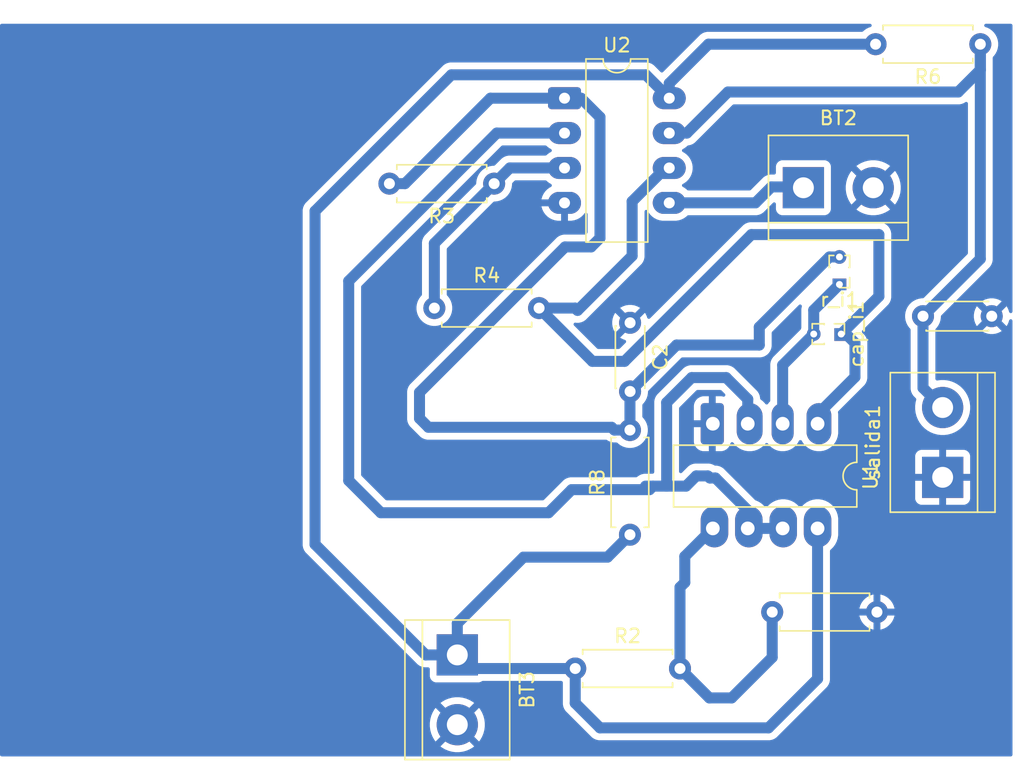
<source format=kicad_pcb>
(kicad_pcb (version 20241229) (generator "pcbnew") (generator_version "9.0")
  (layers (0 "F.Cu" signal) (2 "B.Cu" signal) (13 "F.Paste" user) (15 "B.Paste" user) (5 "F.SilkS" user "F.Silkscreen") (7 "B.SilkS" user "B.Silkscreen") (1 "F.Mask" user) (3 "B.Mask" user) (25 "Edge.Cuts" user))
  (net 0 "")
  (net 1 "GND")
  (net 2 "Vref")
  (net 3 "Net-(BT3-+)")
  (net 4 "Net-(U1A--)")
  (net 5 "Net-(salida1-Pin_2)")
  (net 6 "Net-(U1A-+)")
  (net 7 "Net-(r_i1-Pin_2)")
  (net 8 "Net-(U2B--)")
  (net 9 "Net-(U1B-+)")
  (net 10 "Net-(U2A-+)")
  (footprint "TerminalBlock:TerminalBlock_bornier-2_P5.08mm" (layer "F.Cu") (at 170.21 70.36)
    (property "Reference" "BT2" (at 2.54 -5.08 0) (layer "F.SilkS"))
    (property "Value" "Battery")
    (fp_line (start -2.54 -3.81) (end -2.54 3.81) (stroke (width 0.12)) (layer "F.SilkS"))
    (fp_line (start -2.54 3.81) (end 7.62 3.81) (stroke (width 0.12)) (layer "F.SilkS"))
    (fp_line (start 7.62 -3.81) (end -2.54 -3.81) (stroke (width 0.12)) (layer "F.SilkS"))
    (fp_line (start 7.62 2.54) (end -2.54 2.54) (stroke (width 0.12)) (layer "F.SilkS"))
    (fp_line (start 7.62 3.81) (end 7.62 -3.81) (stroke (width 0.12)) (layer "F.SilkS"))
    (pad "1" thru_hole rect (at 0 0) (size 3 3) (drill 1.52) (layers "*.Cu" "*.Mask") (net 2 "Vref"))
    (pad "2" thru_hole circle (at 5.08 0) (size 3 3) (drill 1.52) (layers "*.Cu" "*.Mask") (net 1 "GND"))
  )
  (footprint "Connector_PinHeader_1.00mm:PinHeader_1x02_P1.00mm_Vertical" (layer "F.Cu") (at 172.83 76.9 180)
    (property "Reference" "r_i1" (at 0 -1.61 0) (layer "F.SilkS"))
    (property "Value" "Conn_01x02_Pin")
    (fp_line (start 0.745 0.735) (end 0.745 1.61) (stroke (width 0.12)) (layer "F.SilkS"))
    (fp_line (start 0.685565 0.735) (end 0.745 0.735) (stroke (width 0.12)) (layer "F.SilkS"))
    (fp_line (start 0.41003 1.61) (end 0.745 1.61) (stroke (width 0.12)) (layer "F.SilkS"))
    (fp_line (start -0.745 1.61) (end -0.41003 1.61) (stroke (width 0.12)) (layer "F.SilkS"))
    (fp_line (start -0.745 0.735) (end -0.685565 0.735) (stroke (width 0.12)) (layer "F.SilkS"))
    (fp_line (start -0.745 0.735) (end -0.745 1.61) (stroke (width 0.12)) (layer "F.SilkS"))
    (fp_line (start -0.745 0) (end -0.745 -0.735) (stroke (width 0.12)) (layer "F.SilkS"))
    (fp_line (start -0.745 -0.735) (end 0 -0.735) (stroke (width 0.12)) (layer "F.SilkS"))
    (pad "1" thru_hole rect (at 0 -0.5 180) (size 1 0.85) (drill 0.5) (layers "*.Cu" "*.Mask") (net 4 "Net-(U1A--)"))
    (pad "2" thru_hole circle (at 0 1.5 180) (size 1 1) (drill 0.5) (layers "*.Cu" "*.Mask") (net 7 "Net-(r_i1-Pin_2)"))
  )
  (footprint "Capacitor_THT:C_Disc_D4.3mm_W1.9mm_P5.00mm" (layer "F.Cu") (at 157.6 80.19 -90)
    (property "Reference" "C2" (at 2.5 -2.2 90) (layer "F.SilkS"))
    (property "Value" "C")
    (fp_line (start 0.23 1.07) (end 4.77 1.07) (stroke (width 0.12)) (layer "F.SilkS"))
    (fp_line (start 0.23 1.014) (end 0.23 1.07) (stroke (width 0.12)) (layer "F.SilkS"))
    (fp_line (start 4.77 1.014) (end 4.77 1.07) (stroke (width 0.12)) (layer "F.SilkS"))
    (fp_line (start 0.23 -1.07) (end 4.77 -1.07) (stroke (width 0.12)) (layer "F.SilkS"))
    (pad "1" thru_hole circle (at 0 0 270) (size 1.6 1.6) (drill 0.8) (layers "*.Cu" "*.Mask") (net 1 "GND"))
    (pad "2" thru_hole circle (at 5 0 270) (size 1.6 1.6) (drill 0.8) (layers "*.Cu" "*.Mask") (net 7 "Net-(r_i1-Pin_2)"))
  )
  (footprint "Package_DIP:CERDIP-8_W7.62mm_SideBrazed_LongPads" (layer "F.Cu") (at 171.24 87.54 -90)
    (property "Reference" "U1" (at 3.81 -3.855 90) (layer "F.SilkS"))
    (property "Value" "TL072")
    (fp_line (start 1.56 10.475) (end 6.06 10.475) (stroke (width 0.12)) (layer "F.SilkS"))
    (fp_line (start 6.06 10.475) (end 6.06 -2.855) (stroke (width 0.12)) (layer "F.SilkS"))
    (fp_line (start 1.56 -2.855) (end 1.56 10.475) (stroke (width 0.12)) (layer "F.SilkS"))
    (fp_line (start 2.81 -2.855) (end 1.56 -2.855) (stroke (width 0.12)) (layer "F.SilkS"))
    (fp_line (start 6.06 -2.855) (end 4.81 -2.855) (stroke (width 0.12)) (layer "F.SilkS"))
    (fp_arc (start 4.81 -2.855) (mid 3.81 -1.855) (end 2.81 -2.855) (stroke (width 0.12)) (layer "F.SilkS"))
    (pad "1" thru_hole oval (at 0 0 270) (size 3 1.8) (drill 1 (offset 0 -0.1)) (layers "*.Cu" "*.Mask") (net 8 "Net-(U2B--)"))
    (pad "2" thru_hole oval (at 0 2.54 270) (size 3 1.6) (drill 1) (layers "*.Cu" "*.Mask") (net 4 "Net-(U1A--)"))
    (pad "3" thru_hole oval (at 0 5.08 270) (size 3 1.88) (drill 1 (offset 0 -0.14)) (layers "*.Cu" "*.Mask") (net 6 "Net-(U1A-+)"))
    (pad "4" thru_hole roundrect (at 0 7.62 270) (size 3 1.68) (drill 1 (offset 0 0.04)) (layers "*.Cu" "*.Mask") (roundrect_rratio 0.1488095238) (net 1 "GND"))
    (pad "5" thru_hole oval (at 7.62 7.62 270) (size 3 2) (drill 1 (offset -0.12 -0.12)) (layers "*.Cu" "*.Mask") (net 9 "Net-(U1B-+)"))
    (pad "6" thru_hole oval (at 7.62 5.08 270) (size 3 2) (drill 1 (offset -0.12 -0.08)) (layers "*.Cu" "*.Mask") (net 6 "Net-(U1A-+)"))
    (pad "7" thru_hole oval (at 7.62 2.54 270) (size 3 2) (drill 1 (offset -0.12 -0.04)) (layers "*.Cu" "*.Mask") (net 6 "Net-(U1A-+)"))
    (pad "8" thru_hole oval (at 7.62 0 270) (size 3 2) (drill 1 (offset -0.12 0)) (layers "*.Cu" "*.Mask") (net 3 "Net-(BT3-+)"))
  )
  (footprint "Resistor_THT:R_Axial_DIN0207_L6.3mm_D2.5mm_P7.62mm_Horizontal" (layer "F.Cu") (at 147.71 70.06 180)
    (property "Reference" "R3" (at 3.81 -2.37 0) (layer "F.SilkS"))
    (property "Value" "50k")
    (fp_line (start 7.08 1.37) (end 7.08 1.04) (stroke (width 0.12)) (layer "F.SilkS"))
    (fp_line (start 7.08 -1.37) (end 7.08 -1.04) (stroke (width 0.12)) (layer "F.SilkS"))
    (fp_line (start 0.54 1.37) (end 7.08 1.37) (stroke (width 0.12)) (layer "F.SilkS"))
    (fp_line (start 0.54 1.04) (end 0.54 1.37) (stroke (width 0.12)) (layer "F.SilkS"))
    (fp_line (start 0.54 -1.04) (end 0.54 -1.37) (stroke (width 0.12)) (layer "F.SilkS"))
    (fp_line (start 0.54 -1.37) (end 7.08 -1.37) (stroke (width 0.12)) (layer "F.SilkS"))
    (pad "1" thru_hole circle (at 0 0 180) (size 1.6 1.6) (drill 0.8) (layers "*.Cu" "*.Mask") (net 10 "Net-(U2A-+)"))
    (pad "2" thru_hole oval (at 7.62 0 180) (size 1.6 1.6) (drill 0.8) (layers "*.Cu" "*.Mask") (net 7 "Net-(r_i1-Pin_2)"))
  )
  (footprint "Package_DIP:CERDIP-8_W7.62mm_SideBrazed_LongPads" (layer "F.Cu") (at 152.83 63.84)
    (property "Reference" "U2" (at 3.81 -3.855 0) (layer "F.SilkS"))
    (property "Value" "LM393")
    (fp_line (start 1.56 -2.855) (end 1.56 10.475) (stroke (width 0.12)) (layer "F.SilkS"))
    (fp_line (start 1.56 10.475) (end 6.06 10.475) (stroke (width 0.12)) (layer "F.SilkS"))
    (fp_line (start 2.81 -2.855) (end 1.56 -2.855) (stroke (width 0.12)) (layer "F.SilkS"))
    (fp_line (start 6.06 -2.855) (end 4.81 -2.855) (stroke (width 0.12)) (layer "F.SilkS"))
    (fp_line (start 6.06 10.475) (end 6.06 -2.855) (stroke (width 0.12)) (layer "F.SilkS"))
    (fp_arc (start 4.81 -2.855) (mid 3.81 -1.855) (end 2.81 -2.855) (stroke (width 0.12)) (layer "F.SilkS"))
    (pad "1" thru_hole roundrect (at 0 0) (size 2.4 1.6) (drill 0.8) (layers "*.Cu" "*.Mask") (roundrect_rratio 0.15625) (net 7 "Net-(r_i1-Pin_2)"))
    (pad "2" thru_hole oval (at 0 2.54) (size 2.4 1.6) (drill 0.8) (layers "*.Cu" "*.Mask") (net 6 "Net-(U1A-+)"))
    (pad "3" thru_hole oval (at 0 5.08) (size 2.4 1.6) (drill 0.8) (layers "*.Cu" "*.Mask") (net 10 "Net-(U2A-+)"))
    (pad "4" thru_hole oval (at 0 7.62) (size 2.4 1.6) (drill 0.8) (layers "*.Cu" "*.Mask") (net 1 "GND"))
    (pad "5" thru_hole oval (at 7.62 7.62) (size 2.4 1.6) (drill 0.8) (layers "*.Cu" "*.Mask") (net 2 "Vref"))
    (pad "6" thru_hole oval (at 7.62 5.08) (size 2.4 1.6) (drill 0.8) (layers "*.Cu" "*.Mask") (net 8 "Net-(U2B--)"))
    (pad "7" thru_hole oval (at 7.62 2.54) (size 2.4 1.6) (drill 0.8) (layers "*.Cu" "*.Mask") (net 5 "Net-(salida1-Pin_2)"))
    (pad "8" thru_hole oval (at 7.62 0) (size 2.4 1.6) (drill 0.8) (layers "*.Cu" "*.Mask") (net 3 "Net-(BT3-+)"))
  )
  (footprint "Connector_PinHeader_1.00mm:PinHeader_1x02_P1.00mm_Vertical" (layer "F.Cu") (at 172.46 81.01 -90)
    (property "Reference" "cap_i1" (at 0 -1.61 90) (layer "F.SilkS"))
    (property "Value" "Conn_01x02_Pin")
    (fp_line (start -0.745 1.61) (end -0.41003 1.61) (stroke (width 0.12)) (layer "F.SilkS"))
    (fp_line (start 0.41003 1.61) (end 0.745 1.61) (stroke (width 0.12)) (layer "F.SilkS"))
    (fp_line (start -0.745 0.735) (end -0.745 1.61) (stroke (width 0.12)) (layer "F.SilkS"))
    (fp_line (start -0.745 0.735) (end -0.685565 0.735) (stroke (width 0.12)) (layer "F.SilkS"))
    (fp_line (start 0.685565 0.735) (end 0.745 0.735) (stroke (width 0.12)) (layer "F.SilkS"))
    (fp_line (start 0.745 0.735) (end 0.745 1.61) (stroke (width 0.12)) (layer "F.SilkS"))
    (fp_line (start -0.745 0) (end -0.745 -0.735) (stroke (width 0.12)) (layer "F.SilkS"))
    (fp_line (start -0.745 -0.735) (end 0 -0.735) (stroke (width 0.12)) (layer "F.SilkS"))
    (pad "1" thru_hole rect (at 0 -0.5 270) (size 0.925 0.925) (drill 0.5 (offset 0.0375 0.0375)) (layers "*.Cu" "*.Mask") (net 8 "Net-(U2B--)"))
    (pad "2" thru_hole circle (at 0 1.5 270) (size 1 1) (drill 0.5) (layers "*.Cu" "*.Mask") (net 4 "Net-(U1A--)"))
  )
  (footprint "Resistor_THT:R_Axial_DIN0207_L6.3mm_D2.5mm_P7.62mm_Horizontal" (layer "F.Cu") (at 157.59 95.62 90)
    (property "Reference" "R8" (at 3.81 -2.37 90) (layer "F.SilkS"))
    (property "Value" "R")
    (fp_line (start 7.08 -1.37) (end 7.08 -1.04) (stroke (width 0.12)) (layer "F.SilkS"))
    (fp_line (start 0.54 -1.37) (end 7.08 -1.37) (stroke (width 0.12)) (layer "F.SilkS"))
    (fp_line (start 0.54 -1.04) (end 0.54 -1.37) (stroke (width 0.12)) (layer "F.SilkS"))
    (fp_line (start 0.54 1.04) (end 0.54 1.37) (stroke (width 0.12)) (layer "F.SilkS"))
    (fp_line (start 7.08 1.37) (end 7.08 1.04) (stroke (width 0.12)) (layer "F.SilkS"))
    (fp_line (start 0.54 1.37) (end 7.08 1.37) (stroke (width 0.12)) (layer "F.SilkS"))
    (pad "1" thru_hole circle (at 0 0 90) (size 1.6 1.6) (drill 0.8) (layers "*.Cu" "*.Mask") (net 3 "Net-(BT3-+)"))
    (pad "2" thru_hole oval (at 7.62 0 90) (size 1.6 1.6) (drill 0.8) (layers "*.Cu" "*.Mask") (net 7 "Net-(r_i1-Pin_2)"))
  )
  (footprint "TerminalBlock:TerminalBlock_bornier-2_P5.08mm" (layer "F.Cu") (at 145.03 104.37 -90)
    (property "Reference" "BT3" (at 2.54 -5.08 90) (layer "F.SilkS"))
    (property "Value" "Battery")
    (fp_line (start -2.54 3.81) (end 7.62 3.81) (stroke (width 0.12)) (layer "F.SilkS"))
    (fp_line (start 7.62 3.81) (end 7.62 -3.81) (stroke (width 0.12)) (layer "F.SilkS"))
    (fp_line (start 7.62 2.54) (end -2.54 2.54) (stroke (width 0.12)) (layer "F.SilkS"))
    (fp_line (start -2.54 -3.81) (end -2.54 3.81) (stroke (width 0.12)) (layer "F.SilkS"))
    (fp_line (start 7.62 -3.81) (end -2.54 -3.81) (stroke (width 0.12)) (layer "F.SilkS"))
    (pad "1" thru_hole rect (at 0 0 270) (size 3 3) (drill 1.52) (layers "*.Cu" "*.Mask") (net 3 "Net-(BT3-+)"))
    (pad "2" thru_hole circle (at 5.08 0 270) (size 3 3) (drill 1.52) (layers "*.Cu" "*.Mask") (net 1 "GND"))
  )
  (footprint "Resistor_THT:R_Axial_DIN0207_L6.3mm_D2.5mm_P7.62mm_Horizontal" (layer "F.Cu") (at 167.94 101.25)
    (property "Reference" "R1" (hide yes))
    (property "Value" "R")
    (fp_line (start 0.54 -1.37) (end 7.08 -1.37) (stroke (width 0.12)) (layer "F.SilkS"))
    (fp_line (start 0.54 -1.04) (end 0.54 -1.37) (stroke (width 0.12)) (layer "F.SilkS"))
    (fp_line (start 0.54 1.04) (end 0.54 1.37) (stroke (width 0.12)) (layer "F.SilkS"))
    (fp_line (start 0.54 1.37) (end 7.08 1.37) (stroke (width 0.12)) (layer "F.SilkS"))
    (fp_line (start 7.08 -1.37) (end 7.08 -1.04) (stroke (width 0.12)) (layer "F.SilkS"))
    (fp_line (start 7.08 1.37) (end 7.08 1.04) (stroke (width 0.12)) (layer "F.SilkS"))
    (pad "1" thru_hole circle (at 0 0) (size 1.6 1.6) (drill 0.8) (layers "*.Cu" "*.Mask") (net 9 "Net-(U1B-+)"))
    (pad "2" thru_hole oval (at 7.62 0) (size 1.6 1.6) (drill 0.8) (layers "*.Cu" "*.Mask") (net 1 "GND"))
  )
  (footprint "Resistor_THT:R_Axial_DIN0207_L6.3mm_D2.5mm_P7.62mm_Horizontal" (layer "F.Cu") (at 153.61 105.36)
    (property "Reference" "R2" (at 3.81 -2.37 0) (layer "F.SilkS"))
    (property "Value" "100k")
    (fp_line (start 0.54 -1.37) (end 7.08 -1.37) (stroke (width 0.12)) (layer "F.SilkS"))
    (fp_line (start 0.54 -1.04) (end 0.54 -1.37) (stroke (width 0.12)) (layer "F.SilkS"))
    (fp_line (start 0.54 1.04) (end 0.54 1.37) (stroke (width 0.12)) (layer "F.SilkS"))
    (fp_line (start 0.54 1.37) (end 7.08 1.37) (stroke (width 0.12)) (layer "F.SilkS"))
    (fp_line (start 7.08 -1.37) (end 7.08 -1.04) (stroke (width 0.12)) (layer "F.SilkS"))
    (fp_line (start 7.08 1.37) (end 7.08 1.04) (stroke (width 0.12)) (layer "F.SilkS"))
    (pad "1" thru_hole circle (at 0 0) (size 1.6 1.6) (drill 0.8) (layers "*.Cu" "*.Mask") (net 3 "Net-(BT3-+)"))
    (pad "2" thru_hole oval (at 7.62 0) (size 1.6 1.6) (drill 0.8) (layers "*.Cu" "*.Mask") (net 9 "Net-(U1B-+)"))
  )
  (footprint "Capacitor_THT:C_Disc_D4.3mm_W1.9mm_P5.00mm" (layer "F.Cu") (at 178.91 79.71)
    (property "Reference" "C3" (hide yes))
    (property "Value" "C")
    (fp_line (start 0.23 -1.07) (end 4.77 -1.07) (stroke (width 0.12)) (layer "F.SilkS"))
    (fp_line (start 0.23 1.014) (end 0.23 1.07) (stroke (width 0.12)) (layer "F.SilkS"))
    (fp_line (start 0.23 1.07) (end 4.77 1.07) (stroke (width 0.12)) (layer "F.SilkS"))
    (fp_line (start 4.77 1.014) (end 4.77 1.07) (stroke (width 0.12)) (layer "F.SilkS"))
    (pad "1" thru_hole circle (at 0 0) (size 1.6 1.6) (drill 0.8) (layers "*.Cu" "*.Mask") (net 5 "Net-(salida1-Pin_2)"))
    (pad "2" thru_hole circle (at 5 0) (size 1.6 1.6) (drill 0.8) (layers "*.Cu" "*.Mask") (net 1 "GND"))
  )
  (footprint "Resistor_THT:R_Axial_DIN0207_L6.3mm_D2.5mm_P7.62mm_Horizontal" (layer "F.Cu") (at 143.36 79.12)
    (property "Reference" "R4" (at 3.81 -2.37 0) (layer "F.SilkS"))
    (property "Value" "47k")
    (fp_line (start 0.54 -1.37) (end 7.08 -1.37) (stroke (width 0.12)) (layer "F.SilkS"))
    (fp_line (start 0.54 -1.04) (end 0.54 -1.37) (stroke (width 0.12)) (layer "F.SilkS"))
    (fp_line (start 0.54 1.04) (end 0.54 1.37) (stroke (width 0.12)) (layer "F.SilkS"))
    (fp_line (start 0.54 1.37) (end 7.08 1.37) (stroke (width 0.12)) (layer "F.SilkS"))
    (fp_line (start 7.08 -1.37) (end 7.08 -1.04) (stroke (width 0.12)) (layer "F.SilkS"))
    (fp_line (start 7.08 1.37) (end 7.08 1.04) (stroke (width 0.12)) (layer "F.SilkS"))
    (pad "1" thru_hole circle (at 0 0) (size 1.6 1.6) (drill 0.8) (layers "*.Cu" "*.Mask") (net 10 "Net-(U2A-+)"))
    (pad "2" thru_hole oval (at 7.62 0) (size 1.6 1.6) (drill 0.8) (layers "*.Cu" "*.Mask") (net 8 "Net-(U2B--)"))
  )
  (footprint "Resistor_THT:R_Axial_DIN0207_L6.3mm_D2.5mm_P7.62mm_Horizontal" (layer "F.Cu") (at 183.08 59.91 180)
    (property "Reference" "R6" (at 3.81 -2.37 0) (layer "F.SilkS"))
    (property "Value" "1k")
    (fp_line (start 7.08 1.37) (end 7.08 1.04) (stroke (width 0.12)) (layer "F.SilkS"))
    (fp_line (start 7.08 -1.37) (end 7.08 -1.04) (stroke (width 0.12)) (layer "F.SilkS"))
    (fp_line (start 0.54 1.37) (end 7.08 1.37) (stroke (width 0.12)) (layer "F.SilkS"))
    (fp_line (start 0.54 1.04) (end 0.54 1.37) (stroke (width 0.12)) (layer "F.SilkS"))
    (fp_line (start 0.54 -1.04) (end 0.54 -1.37) (stroke (width 0.12)) (layer "F.SilkS"))
    (fp_line (start 0.54 -1.37) (end 7.08 -1.37) (stroke (width 0.12)) (layer "F.SilkS"))
    (pad "1" thru_hole circle (at 0 0 180) (size 1.6 1.6) (drill 0.8) (layers "*.Cu" "*.Mask") (net 5 "Net-(salida1-Pin_2)"))
    (pad "2" thru_hole oval (at 7.62 0 180) (size 1.6 1.6) (drill 0.8) (layers "*.Cu" "*.Mask") (net 3 "Net-(BT3-+)"))
  )
  (footprint "TerminalBlock:TerminalBlock_bornier-2_P5.08mm" (layer "F.Cu") (at 180.34 91.44 90)
    (property "Reference" "salida1" (at 2.54 -5.08 90) (layer "F.SilkS"))
    (property "Value" "Conn_01x02_Pin")
    (fp_line (start 7.62 -3.81) (end -2.54 -3.81) (stroke (width 0.12)) (layer "F.SilkS"))
    (fp_line (start -2.54 -3.81) (end -2.54 3.81) (stroke (width 0.12)) (layer "F.SilkS"))
    (fp_line (start 7.62 2.54) (end -2.54 2.54) (stroke (width 0.12)) (layer "F.SilkS"))
    (fp_line (start 7.62 3.81) (end 7.62 -3.81) (stroke (width 0.12)) (layer "F.SilkS"))
    (fp_line (start -2.54 3.81) (end 7.62 3.81) (stroke (width 0.12)) (layer "F.SilkS"))
    (pad "1" thru_hole rect (at 0 0 90) (size 3 3) (drill 1.52) (layers "*.Cu" "*.Mask") (net 1 "GND"))
    (pad "2" thru_hole circle (at 5.08 0 90) (size 3 3) (drill 1.52) (layers "*.Cu" "*.Mask") (net 5 "Net-(salida1-Pin_2)"))
  )
  (segment (start 166.72 71.46) (end 167.88 70.3) (width 0.8) (layer "B.Cu") (net 2))
  (segment (start 170.15 70.3) (end 170.21 70.36) (width 0.8) (layer "B.Cu") (net 2))
  (segment (start 160.45 71.46) (end 166.72 71.46) (width 0.8) (layer "B.Cu") (net 2))
  (segment (start 167.88 70.3) (end 170.15 70.3) (width 0.8) (layer "B.Cu") (net 2))
  (segment (start 171.24 106.11) (end 167.67 109.68) (width 0.8) (layer "B.Cu") (net 3))
  (segment (start 145.03 102.07) (end 149.85 97.25) (width 0.8) (layer "B.Cu") (net 3))
  (segment (start 134.68 96.32) (end 142.73 104.37) (width 0.8) (layer "B.Cu") (net 3))
  (segment (start 160.45 63.84) (end 158.749 62.139) (width 0.8) (layer "B.Cu") (net 3))
  (segment (start 158.749 62.139) (end 144.601 62.139) (width 0.8) (layer "B.Cu") (net 3))
  (segment (start 155.96 97.25) (end 157.59 95.62) (width 0.8) (layer "B.Cu") (net 3))
  (segment (start 167.67 109.68) (end 155.41 109.68) (width 0.8) (layer "B.Cu") (net 3))
  (segment (start 145.03 104.37) (end 145.03 102.07) (width 0.8) (layer "B.Cu") (net 3))
  (segment (start 153.61 107.88) (end 153.61 105.36) (width 0.8) (layer "B.Cu") (net 3))
  (segment (start 163.3 59.91) (end 175.46 59.91) (width 0.8) (layer "B.Cu") (net 3))
  (segment (start 146.02 105.36) (end 145.03 104.37) (width 0.8) (layer "B.Cu") (net 3))
  (segment (start 134.68 72.06) (end 134.68 96.32) (width 0.8) (layer "B.Cu") (net 3))
  (segment (start 149.85 97.25) (end 155.96 97.25) (width 0.8) (layer "B.Cu") (net 3))
  (segment (start 160.45 63.84) (end 160.45 62.76) (width 0.8) (layer "B.Cu") (net 3))
  (segment (start 171.24 95.16) (end 171.24 106.11) (width 0.8) (layer "B.Cu") (net 3))
  (segment (start 160.45 62.76) (end 163.3 59.91) (width 0.8) (layer "B.Cu") (net 3))
  (segment (start 155.41 109.68) (end 153.61 107.88) (width 0.8) (layer "B.Cu") (net 3))
  (segment (start 142.73 104.37) (end 145.03 104.37) (width 0.8) (layer "B.Cu") (net 3))
  (segment (start 153.61 105.36) (end 146.02 105.36) (width 0.8) (layer "B.Cu") (net 3))
  (segment (start 160.45 63.84) (end 160.85 63.84) (width 0.8) (layer "B.Cu") (net 3))
  (segment (start 144.601 62.139) (end 134.68 72.06) (width 0.8) (layer "B.Cu") (net 3))
  (segment (start 172.83 77.4) (end 170.96 79.27) (width 0.8) (layer "B.Cu") (net 4))
  (segment (start 170.96 79.27) (end 170.96 81.01) (width 0.8) (layer "B.Cu") (net 4))
  (segment (start 168.7 83.27) (end 170.96 81.01) (width 0.8) (layer "B.Cu") (net 4))
  (segment (start 168.7 87.54) (end 168.7 83.27) (width 0.8) (layer "B.Cu") (net 4))
  (segment (start 178.91 84.93) (end 180.34 86.36) (width 0.8) (layer "B.Cu") (net 5))
  (segment (start 160.45 66.38) (end 161.73 66.38) (width 0.8) (layer "B.Cu") (net 5))
  (segment (start 183.08 61.78) (end 183.08 59.91) (width 0.8) (layer "B.Cu") (net 5))
  (segment (start 183.08 75.54) (end 178.91 79.71) (width 0.8) (layer "B.Cu") (net 5))
  (segment (start 178.91 79.71) (end 178.91 84.93) (width 0.8) (layer "B.Cu") (net 5))
  (segment (start 183.08 59.91) (end 183.08 75.54) (width 0.8) (layer "B.Cu") (net 5))
  (segment (start 161.73 66.38) (end 164.72 63.39) (width 0.8) (layer "B.Cu") (net 5))
  (segment (start 164.72 63.39) (end 181.47 63.39) (width 0.8) (layer "B.Cu") (net 5))
  (segment (start 181.47 63.39) (end 183.08 61.78) (width 0.8) (layer "B.Cu") (net 5))
  (segment (start 161.673102 92.08) (end 162.414102 91.339) (width 0.8) (layer "B.Cu") (net 6))
  (segment (start 164.59 84.18) (end 162.08 84.18) (width 0.8) (layer "B.Cu") (net 6))
  (segment (start 159.27 92.08) (end 160.26 92.08) (width 0.8) (layer "B.Cu") (net 6))
  (segment (start 153.35 92.34) (end 159.01 92.34) (width 0.8) (layer "B.Cu") (net 6))
  (segment (start 159.01 92.34) (end 159.27 92.08) (width 0.8) (layer "B.Cu") (net 6))
  (segment (start 158.724422 92.08) (end 159.27 92.08) (width 0.8) (layer "B.Cu") (net 6))
  (segment (start 166.16 85.75) (end 164.59 84.18) (width 0.8) (layer "B.Cu") (net 6))
  (segment (start 166.16 95.16) (end 166.16 93.84) (width 0.8) (layer "B.Cu") (net 6))
  (segment (start 137.13 91.68) (end 139.47 94.02) (width 0.8) (layer "B.Cu") (net 6))
  (segment (start 147.9 66.38) (end 137.13 77.15) (width 0.8) (layer "B.Cu") (net 6))
  (segment (start 151.67 94.02) (end 153.35 92.34) (width 0.8) (layer "B.Cu") (net 6))
  (segment (start 162.414102 91.339) (end 163.255688 91.339) (width 0.8) (layer "B.Cu") (net 6))
  (segment (start 163.81 91.49) (end 163.406688 91.49) (width 0.8) (layer "B.Cu") (net 6))
  (segment (start 166.16 87.54) (end 166.62 87.08) (width 0.8) (layer "B.Cu") (net 6))
  (segment (start 137.13 77.15) (end 137.13 91.68) (width 0.8) (layer "B.Cu") (net 6))
  (segment (start 152.83 66.38) (end 147.9 66.38) (width 0.8) (layer "B.Cu") (net 6))
  (segment (start 160.26 86) (end 160.26 92.08) (width 0.8) (layer "B.Cu") (net 6))
  (segment (start 162.08 84.18) (end 160.26 86) (width 0.8) (layer "B.Cu") (net 6))
  (segment (start 166.16 88.434688) (end 166.16 87.54) (width 0.8) (layer "B.Cu") (net 6))
  (segment (start 166.16 95.16) (end 168.7 95.16) (width 0.8) (layer "B.Cu") (net 6))
  (segment (start 163.406688 91.49) (end 163.255688 91.339) (width 0.8) (layer "B.Cu") (net 6))
  (segment (start 166.16 87.54) (end 166.16 85.75) (width 0.8) (layer "B.Cu") (net 6))
  (segment (start 160.26 92.08) (end 161.673102 92.08) (width 0.8) (layer "B.Cu") (net 6))
  (segment (start 139.47 94.02) (end 151.67 94.02) (width 0.8) (layer "B.Cu") (net 6))
  (segment (start 166.16 93.84) (end 163.81 91.49) (width 0.8) (layer "B.Cu") (net 6))
  (segment (start 154.76 74.67) (end 155.41 74.02) (width 0.8) (layer "B.Cu") (net 7))
  (segment (start 167 80.503) (end 172.103 75.4) (width 0.8) (layer "B.Cu") (net 7))
  (segment (start 141.22137 70.06) (end 147.44137 63.84) (width 0.8) (layer "B.Cu") (net 7))
  (segment (start 157.59 85.2) (end 157.6 85.19) (width 0.8) (layer "B.Cu") (net 7))
  (segment (start 155.41 74.02) (end 155.41 65.22) (width 0.8) (layer "B.Cu") (net 7))
  (segment (start 156.45863 88) (end 156.25763 87.799) (width 0.8) (layer "B.Cu") (net 7))
  (segment (start 156.25763 87.799) (end 142.929 87.799) (width 0.8) (layer "B.Cu") (net 7))
  (segment (start 157.6 85.19) (end 160.98 81.81) (width 0.8) (layer "B.Cu") (net 7))
  (segment (start 140.09 70.06) (end 141.22137 70.06) (width 0.8) (layer "B.Cu") (net 7))
  (segment (start 157.59 88) (end 156.45863 88) (width 0.8) (layer "B.Cu") (net 7))
  (segment (start 167 81.81) (end 167 80.503) (width 0.8) (layer "B.Cu") (net 7))
  (segment (start 152.87 74.67) (end 154.76 74.67) (width 0.8) (layer "B.Cu") (net 7))
  (segment (start 160.98 81.81) (end 167 81.81) (width 0.8) (layer "B.Cu") (net 7))
  (segment (start 142.28 87.15) (end 142.28 85.26) (width 0.8) (layer "B.Cu") (net 7))
  (segment (start 142.929 87.799) (end 142.28 87.15) (width 0.8) (layer "B.Cu") (net 7))
  (segment (start 147.44137 63.84) (end 152.83 63.84) (width 0.8) (layer "B.Cu") (net 7))
  (segment (start 142.28 85.26) (end 152.87 74.67) (width 0.8) (layer "B.Cu") (net 7))
  (segment (start 155.41 65.22) (end 154.03 63.84) (width 0.8) (layer "B.Cu") (net 7))
  (segment (start 154.03 63.84) (end 152.83 63.84) (width 0.8) (layer "B.Cu") (net 7))
  (segment (start 157.59 88) (end 157.59 85.2) (width 0.8) (layer "B.Cu") (net 7))
  (segment (start 172.103 75.4) (end 172.83 75.4) (width 0.8) (layer "B.Cu") (net 7))
  (segment (start 166.425578 73.77) (end 157.195578 83) (width 0.8) (layer "B.Cu") (net 8))
  (segment (start 171.24 86.86) (end 173.96 84.14) (width 0.8) (layer "B.Cu") (net 8))
  (segment (start 175.7 78.27) (end 175.7 73.77) (width 0.8) (layer "B.Cu") (net 8))
  (segment (start 171.24 87.54) (end 171.24 86.86) (width 0.8) (layer "B.Cu") (net 8))
  (segment (start 175.7 73.77) (end 166.425578 73.77) (width 0.8) (layer "B.Cu") (net 8))
  (segment (start 173.31 81.01) (end 172.96 81.01) (width 0.8) (layer "B.Cu") (net 8))
  (segment (start 157.75 75.32) (end 153.78 79.29) (width 0.8) (layer "B.Cu") (net 8))
  (segment (start 154.86 83) (end 150.98 79.12) (width 0.8) (layer "B.Cu") (net 8))
  (segment (start 153.78 79.29) (end 153.61 79.12) (width 0.8) (layer "B.Cu") (net 8))
  (segment (start 157.75 71.354423) (end 157.75 75.32) (width 0.8) (layer "B.Cu") (net 8))
  (segment (start 153.61 79.12) (end 150.98 79.12) (width 0.8) (layer "B.Cu") (net 8))
  (segment (start 160.184423 68.92) (end 157.75 71.354423) (width 0.8) (layer "B.Cu") (net 8))
  (segment (start 160.45 68.92) (end 160.184423 68.92) (width 0.8) (layer "B.Cu") (net 8))
  (segment (start 173.96 84.14) (end 173.96 81.66) (width 0.8) (layer "B.Cu") (net 8))
  (segment (start 172.96 81.01) (end 175.7 78.27) (width 0.8) (layer "B.Cu") (net 8))
  (segment (start 157.195578 83) (end 154.86 83) (width 0.8) (layer "B.Cu") (net 8))
  (segment (start 173.96 81.66) (end 173.31 81.01) (width 0.8) (layer "B.Cu") (net 8))
  (segment (start 161.58 99.1) (end 161.58 97.2) (width 0.8) (layer "B.Cu") (net 9))
  (segment (start 161.23 105.36) (end 161.23 99.45) (width 0.8) (layer "B.Cu") (net 9))
  (segment (start 164.99 107.5) (end 167.94 104.55) (width 0.8) (layer "B.Cu") (net 9))
  (segment (start 161.44 105.15) (end 161.23 105.36) (width 0.8) (layer "B.Cu") (net 9))
  (segment (start 163.37 107.5) (end 164.99 107.5) (width 0.8) (layer "B.Cu") (net 9))
  (segment (start 167.94 104.55) (end 167.94 101.25) (width 0.8) (layer "B.Cu") (net 9))
  (segment (start 161.58 97.2) (end 163.62 95.16) (width 0.8) (layer "B.Cu") (net 9))
  (segment (start 161.23 99.45) (end 161.58 99.1) (width 0.8) (layer "B.Cu") (net 9))
  (segment (start 161.23 105.36) (end 163.37 107.5) (width 0.8) (layer "B.Cu") (net 9))
  (segment (start 143.36 74.41) (end 143.36 79.12) (width 0.8) (layer "B.Cu") (net 10))
  (segment (start 152.83 68.92) (end 148.85 68.92) (width 0.8) (layer "B.Cu") (net 10))
  (segment (start 148.85 68.92) (end 147.71 70.06) (width 0.8) (layer "B.Cu") (net 10))
  (segment (start 147.71 70.06) (end 143.36 74.41) (width 0.8) (layer "B.Cu") (net 10))
  (zone (net 1) (net_name "GND") (layer "B.Cu") (connect_pads (clearance 0.5)) (min_thickness 0.25) (fill yes (thermal_gap 0.5) (thermal_bridge_width 0.5))
    (polygon (pts (xy 111.76 58.42) (xy 111.76 111.76) (xy 185.42 111.76) (xy 185.42 58.42)))
  )
)
</source>
